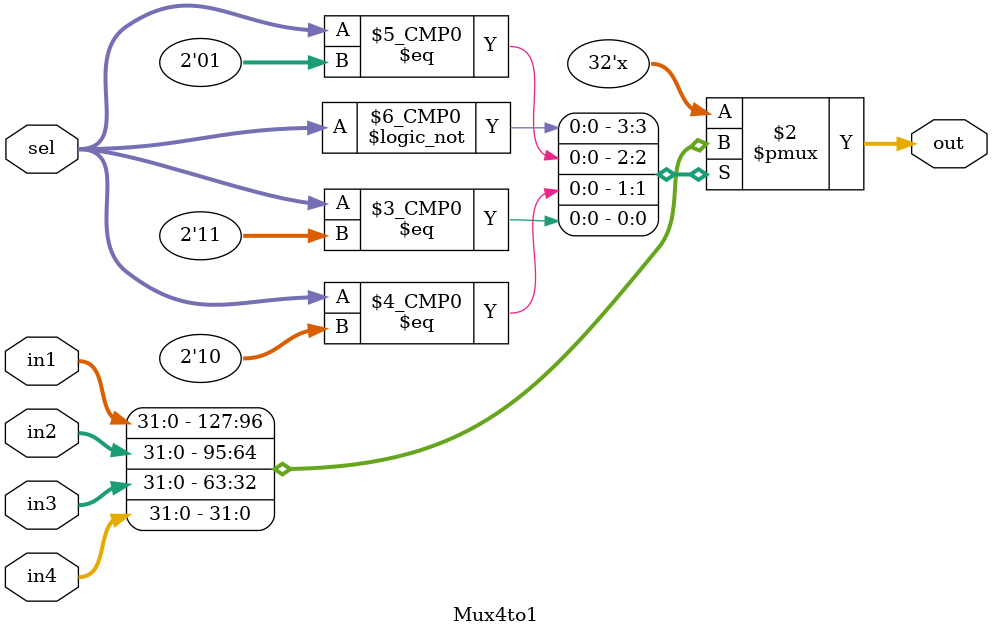
<source format=v>
`timescale 1ns / 1ps


module Mux4to1(out, in1, in2, in3, in4, sel);
    output reg [31:0] out;
    input [31:0] in1, in2, in3, in4;
    input [1:0] sel;
    
    always@(in1 or in2 or in3 or in4 or sel) begin
        case(sel) 
            2'b00: out<= in1;
            2'b01: out<= in2;
            2'b10: out<= in3;
            2'b11: out<= in4;            
        endcase
    end
    
endmodule

</source>
